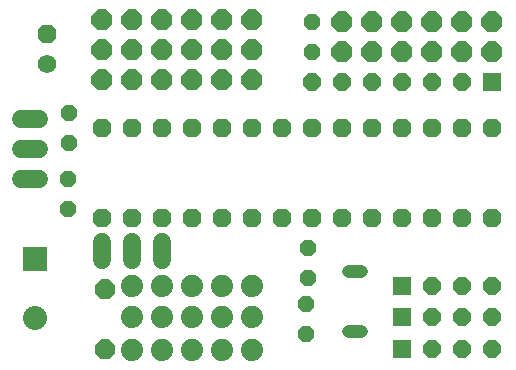
<source format=gtl>
G75*
G70*
%OFA0B0*%
%FSLAX24Y24*%
%IPPOS*%
%LPD*%
%AMOC8*
5,1,8,0,0,1.08239X$1,22.5*
%
%ADD10OC8,0.0630*%
%ADD11OC8,0.0660*%
%ADD12OC8,0.0700*%
%ADD13OC8,0.0520*%
%ADD14C,0.0440*%
%ADD15C,0.0600*%
%ADD16R,0.0800X0.0800*%
%ADD17C,0.0800*%
%ADD18OC8,0.0620*%
%ADD19C,0.0620*%
%ADD20C,0.0740*%
%ADD21R,0.0600X0.0600*%
%ADD22OC8,0.0600*%
D10*
X004050Y005800D03*
X005050Y005800D03*
X006050Y005800D03*
X007050Y005800D03*
X008050Y005800D03*
X009050Y005800D03*
X010050Y005800D03*
X011050Y005800D03*
X012050Y005800D03*
X013050Y005800D03*
X014050Y005800D03*
X015050Y005800D03*
X016050Y005800D03*
X017050Y005800D03*
X017050Y008800D03*
X016050Y008800D03*
X015050Y008800D03*
X014050Y008800D03*
X013050Y008800D03*
X012050Y008800D03*
X011050Y008800D03*
X010050Y008800D03*
X009050Y008800D03*
X008050Y008800D03*
X007050Y008800D03*
X006050Y008800D03*
X005050Y008800D03*
X004050Y008800D03*
D11*
X004150Y003450D03*
X004150Y001450D03*
D12*
X004050Y010400D03*
X005050Y010400D03*
X006050Y010400D03*
X007050Y010400D03*
X008050Y010400D03*
X009050Y010400D03*
X009050Y011400D03*
X008050Y011400D03*
X007050Y011400D03*
X006050Y011400D03*
X005050Y011400D03*
X004050Y011400D03*
X004050Y012400D03*
X005050Y012400D03*
X006050Y012400D03*
X007050Y012400D03*
X008050Y012400D03*
X009050Y012400D03*
X012050Y012350D03*
X013050Y012350D03*
X014050Y012350D03*
X015050Y012350D03*
X016050Y012350D03*
X017050Y012350D03*
X017050Y011350D03*
X016050Y011350D03*
X015050Y011350D03*
X014050Y011350D03*
X013050Y011350D03*
X012050Y011350D03*
D13*
X011050Y011350D03*
X011050Y012350D03*
X002950Y009300D03*
X002950Y008300D03*
X002900Y007100D03*
X002900Y006100D03*
X010850Y002950D03*
X010900Y003800D03*
X010900Y004800D03*
X010850Y001950D03*
D14*
X012230Y002050D02*
X012670Y002050D01*
X012670Y004050D02*
X012230Y004050D01*
D15*
X006050Y004400D02*
X006050Y005000D01*
X005050Y005000D02*
X005050Y004400D01*
X004050Y004400D02*
X004050Y005000D01*
X001950Y007100D02*
X001350Y007100D01*
X001350Y008100D02*
X001950Y008100D01*
X001950Y009100D02*
X001350Y009100D01*
D16*
X001800Y004450D03*
D17*
X001800Y002481D03*
D18*
X002200Y011950D03*
D19*
X002200Y010950D03*
D20*
X005050Y003550D03*
X006050Y003550D03*
X007050Y003550D03*
X008050Y003550D03*
X009050Y003550D03*
X009050Y002500D03*
X008050Y002500D03*
X007050Y002500D03*
X006050Y002500D03*
X005050Y002500D03*
X005050Y001400D03*
X006050Y001400D03*
X007050Y001400D03*
X008050Y001400D03*
X009050Y001400D03*
D21*
X014050Y001450D03*
X014050Y002500D03*
X014050Y003550D03*
X017050Y010350D03*
D22*
X016050Y010350D03*
X015050Y010350D03*
X014050Y010350D03*
X013050Y010350D03*
X012050Y010350D03*
X011050Y010350D03*
X015050Y003550D03*
X016050Y003550D03*
X017050Y003550D03*
X017050Y002500D03*
X016050Y002500D03*
X015050Y002500D03*
X015050Y001450D03*
X016050Y001450D03*
X017050Y001450D03*
M02*

</source>
